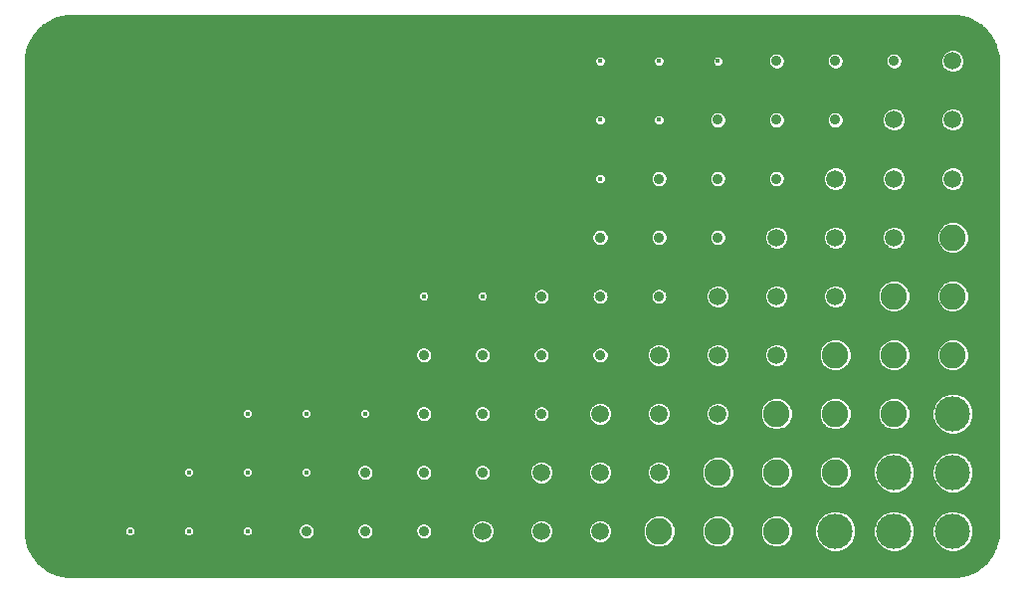
<source format=gbl>
G75*
%MOIN*%
%OFA0B0*%
%FSLAX25Y25*%
%IPPOS*%
%LPD*%
%AMOC8*
5,1,8,0,0,1.08239X$1,22.5*
%
%ADD10C,0.11811*%
%ADD11C,0.08858*%
%ADD12C,0.05906*%
%ADD13C,0.03569*%
%ADD14C,0.01600*%
%ADD15C,0.01575*%
D10*
X0281315Y0025409D03*
X0301000Y0025409D03*
X0320685Y0025409D03*
X0320685Y0045094D03*
X0301000Y0045094D03*
X0320685Y0064780D03*
D11*
X0301000Y0064780D03*
X0281315Y0064780D03*
X0261630Y0064780D03*
X0281315Y0084465D03*
X0301000Y0084465D03*
X0320685Y0084465D03*
X0320685Y0104150D03*
X0301000Y0104150D03*
X0320685Y0123835D03*
X0281315Y0045094D03*
X0261630Y0045094D03*
X0241945Y0045094D03*
X0241945Y0025409D03*
X0222260Y0025409D03*
X0261630Y0025409D03*
D12*
X0222260Y0045094D03*
X0202575Y0045094D03*
X0182890Y0045094D03*
X0182890Y0025409D03*
X0163205Y0025409D03*
X0202575Y0025409D03*
X0202575Y0064780D03*
X0222260Y0064780D03*
X0241945Y0064780D03*
X0241945Y0084465D03*
X0222260Y0084465D03*
X0241945Y0104150D03*
X0261630Y0104150D03*
X0281315Y0104150D03*
X0281315Y0123835D03*
X0301000Y0123835D03*
X0301000Y0143520D03*
X0281315Y0143520D03*
X0261630Y0123835D03*
X0320685Y0143520D03*
X0320685Y0163205D03*
X0301000Y0163205D03*
X0320685Y0182890D03*
X0261630Y0084465D03*
D13*
X0222260Y0104150D03*
X0202575Y0104150D03*
X0182890Y0104150D03*
X0202575Y0123835D03*
X0222260Y0123835D03*
X0241945Y0123835D03*
X0241945Y0143520D03*
X0222260Y0143520D03*
X0241945Y0163205D03*
X0261630Y0163205D03*
X0281315Y0163205D03*
X0281315Y0182890D03*
X0301000Y0182890D03*
X0261630Y0182890D03*
X0261630Y0143520D03*
X0202575Y0084465D03*
X0182890Y0084465D03*
X0163205Y0084465D03*
X0143520Y0084465D03*
X0143520Y0064780D03*
X0163205Y0064780D03*
X0182890Y0064780D03*
X0163205Y0045094D03*
X0143520Y0045094D03*
X0123835Y0045094D03*
X0123835Y0025409D03*
X0104150Y0025409D03*
X0143520Y0025409D03*
D14*
X0104150Y0045094D03*
X0084465Y0045094D03*
X0064780Y0045094D03*
X0064780Y0025409D03*
X0045094Y0025409D03*
X0084465Y0025409D03*
X0084465Y0064780D03*
X0104150Y0064780D03*
X0123835Y0064780D03*
X0143520Y0104150D03*
X0163205Y0104150D03*
X0202575Y0143520D03*
X0202575Y0163205D03*
X0222260Y0163205D03*
X0222260Y0182890D03*
X0241945Y0182890D03*
X0202575Y0182890D03*
D15*
X0020496Y0011366D02*
X0017494Y0012812D01*
X0014889Y0014889D01*
X0012812Y0017494D01*
X0011366Y0020496D01*
X0010625Y0023744D01*
X0010531Y0025409D01*
X0010531Y0182890D01*
X0010625Y0184556D01*
X0011366Y0187804D01*
X0012812Y0190805D01*
X0014889Y0193410D01*
X0017494Y0195487D01*
X0020496Y0196933D01*
X0023744Y0197674D01*
X0025409Y0197768D01*
X0320685Y0197768D01*
X0322351Y0197674D01*
X0325599Y0196933D01*
X0328601Y0195487D01*
X0331205Y0193410D01*
X0333283Y0190805D01*
X0334728Y0187804D01*
X0335469Y0184556D01*
X0335563Y0182890D01*
X0335563Y0025409D01*
X0335469Y0023744D01*
X0334728Y0020496D01*
X0333283Y0017494D01*
X0331205Y0014889D01*
X0328601Y0012812D01*
X0325599Y0011366D01*
X0322351Y0010625D01*
X0320685Y0010531D01*
X0025409Y0010531D01*
X0023744Y0010625D01*
X0020496Y0011366D01*
X0019143Y0012018D02*
X0326951Y0012018D01*
X0329577Y0013591D02*
X0016517Y0013591D01*
X0014670Y0015164D02*
X0331425Y0015164D01*
X0332679Y0016738D02*
X0013415Y0016738D01*
X0012812Y0017494D02*
X0012812Y0017494D01*
X0012418Y0018311D02*
X0279395Y0018311D01*
X0279864Y0018117D02*
X0282766Y0018117D01*
X0285446Y0019227D01*
X0287498Y0021278D01*
X0288608Y0023959D01*
X0288608Y0026860D01*
X0287498Y0029541D01*
X0285446Y0031592D01*
X0282766Y0032702D01*
X0279864Y0032702D01*
X0277184Y0031592D01*
X0275132Y0029541D01*
X0274022Y0026860D01*
X0274022Y0023959D01*
X0275132Y0021278D01*
X0277184Y0019227D01*
X0279864Y0018117D01*
X0283235Y0018311D02*
X0299080Y0018311D01*
X0299549Y0018117D02*
X0302451Y0018117D01*
X0305131Y0019227D01*
X0307183Y0021278D01*
X0308293Y0023959D01*
X0308293Y0026860D01*
X0307183Y0029541D01*
X0305131Y0031592D01*
X0302451Y0032702D01*
X0299549Y0032702D01*
X0296869Y0031592D01*
X0294817Y0029541D01*
X0293707Y0026860D01*
X0293707Y0023959D01*
X0294817Y0021278D01*
X0296869Y0019227D01*
X0299549Y0018117D01*
X0302920Y0018311D02*
X0318765Y0018311D01*
X0319234Y0018117D02*
X0322136Y0018117D01*
X0324816Y0019227D01*
X0326868Y0021278D01*
X0327978Y0023959D01*
X0327978Y0026860D01*
X0326868Y0029541D01*
X0324816Y0031592D01*
X0322136Y0032702D01*
X0319234Y0032702D01*
X0316554Y0031592D01*
X0314502Y0029541D01*
X0313392Y0026860D01*
X0313392Y0023959D01*
X0314502Y0021278D01*
X0316554Y0019227D01*
X0319234Y0018117D01*
X0322605Y0018311D02*
X0333676Y0018311D01*
X0334434Y0019884D02*
X0325474Y0019884D01*
X0326942Y0021458D02*
X0334948Y0021458D01*
X0335307Y0023031D02*
X0327594Y0023031D01*
X0327978Y0024604D02*
X0335518Y0024604D01*
X0335563Y0026177D02*
X0327978Y0026177D01*
X0327609Y0027751D02*
X0335563Y0027751D01*
X0335563Y0029324D02*
X0326957Y0029324D01*
X0325511Y0030897D02*
X0335563Y0030897D01*
X0335563Y0032471D02*
X0322695Y0032471D01*
X0318675Y0032471D02*
X0303010Y0032471D01*
X0305826Y0030897D02*
X0315859Y0030897D01*
X0314413Y0029324D02*
X0307272Y0029324D01*
X0307924Y0027751D02*
X0313761Y0027751D01*
X0313392Y0026177D02*
X0308293Y0026177D01*
X0308293Y0024604D02*
X0313392Y0024604D01*
X0313776Y0023031D02*
X0307909Y0023031D01*
X0307257Y0021458D02*
X0314428Y0021458D01*
X0315896Y0019884D02*
X0305789Y0019884D01*
X0296211Y0019884D02*
X0286103Y0019884D01*
X0287572Y0021458D02*
X0294743Y0021458D01*
X0294091Y0023031D02*
X0288223Y0023031D01*
X0288608Y0024604D02*
X0293707Y0024604D01*
X0293707Y0026177D02*
X0288608Y0026177D01*
X0288239Y0027751D02*
X0294076Y0027751D01*
X0294728Y0029324D02*
X0287587Y0029324D01*
X0286141Y0030897D02*
X0296174Y0030897D01*
X0298990Y0032471D02*
X0283325Y0032471D01*
X0279305Y0032471D02*
X0010531Y0032471D01*
X0010531Y0034044D02*
X0335563Y0034044D01*
X0335563Y0035617D02*
X0010531Y0035617D01*
X0010531Y0037191D02*
X0335563Y0037191D01*
X0335563Y0038764D02*
X0324459Y0038764D01*
X0324816Y0038912D02*
X0326868Y0040963D01*
X0327978Y0043644D01*
X0327978Y0046545D01*
X0326868Y0049226D01*
X0324816Y0051277D01*
X0322136Y0052387D01*
X0319234Y0052387D01*
X0316554Y0051277D01*
X0314502Y0049226D01*
X0313392Y0046545D01*
X0313392Y0043644D01*
X0314502Y0040963D01*
X0316554Y0038912D01*
X0319234Y0037802D01*
X0322136Y0037802D01*
X0324816Y0038912D01*
X0326242Y0040337D02*
X0335563Y0040337D01*
X0335563Y0041911D02*
X0327260Y0041911D01*
X0327912Y0043484D02*
X0335563Y0043484D01*
X0335563Y0045057D02*
X0327978Y0045057D01*
X0327943Y0046631D02*
X0335563Y0046631D01*
X0335563Y0048204D02*
X0327291Y0048204D01*
X0326316Y0049777D02*
X0335563Y0049777D01*
X0335563Y0051351D02*
X0324639Y0051351D01*
X0316731Y0051351D02*
X0304954Y0051351D01*
X0305131Y0051277D02*
X0302451Y0052387D01*
X0299549Y0052387D01*
X0296869Y0051277D01*
X0294817Y0049226D01*
X0293707Y0046545D01*
X0293707Y0043644D01*
X0294817Y0040963D01*
X0296869Y0038912D01*
X0299549Y0037802D01*
X0302451Y0037802D01*
X0305131Y0038912D01*
X0307183Y0040963D01*
X0308293Y0043644D01*
X0308293Y0046545D01*
X0307183Y0049226D01*
X0305131Y0051277D01*
X0306631Y0049777D02*
X0315054Y0049777D01*
X0314079Y0048204D02*
X0307606Y0048204D01*
X0308258Y0046631D02*
X0313428Y0046631D01*
X0313392Y0045057D02*
X0308293Y0045057D01*
X0308227Y0043484D02*
X0313458Y0043484D01*
X0314110Y0041911D02*
X0307575Y0041911D01*
X0306557Y0040337D02*
X0315128Y0040337D01*
X0316911Y0038764D02*
X0304774Y0038764D01*
X0297226Y0038764D02*
X0010531Y0038764D01*
X0010531Y0040337D02*
X0238476Y0040337D01*
X0238650Y0040163D02*
X0240788Y0039278D01*
X0243102Y0039278D01*
X0245240Y0040163D01*
X0246876Y0041800D01*
X0247761Y0043937D01*
X0247761Y0046251D01*
X0246876Y0048389D01*
X0245240Y0050026D01*
X0243102Y0050911D01*
X0240788Y0050911D01*
X0238650Y0050026D01*
X0237014Y0048389D01*
X0236128Y0046251D01*
X0236128Y0043937D01*
X0237014Y0041800D01*
X0238650Y0040163D01*
X0236968Y0041911D02*
X0225214Y0041911D01*
X0224718Y0041415D02*
X0225939Y0042636D01*
X0226600Y0044231D01*
X0226600Y0045958D01*
X0225939Y0047553D01*
X0224718Y0048774D01*
X0223123Y0049435D01*
X0221397Y0049435D01*
X0219801Y0048774D01*
X0218580Y0047553D01*
X0217920Y0045958D01*
X0217920Y0044231D01*
X0218580Y0042636D01*
X0219801Y0041415D01*
X0221397Y0040754D01*
X0223123Y0040754D01*
X0224718Y0041415D01*
X0226290Y0043484D02*
X0236316Y0043484D01*
X0236128Y0045057D02*
X0226600Y0045057D01*
X0226321Y0046631D02*
X0236285Y0046631D01*
X0236937Y0048204D02*
X0225288Y0048204D01*
X0219231Y0048204D02*
X0205603Y0048204D01*
X0205033Y0048774D02*
X0203438Y0049435D01*
X0201711Y0049435D01*
X0200116Y0048774D01*
X0198895Y0047553D01*
X0198235Y0045958D01*
X0198235Y0044231D01*
X0198895Y0042636D01*
X0200116Y0041415D01*
X0201711Y0040754D01*
X0203438Y0040754D01*
X0205033Y0041415D01*
X0206254Y0042636D01*
X0206915Y0044231D01*
X0206915Y0045958D01*
X0206254Y0047553D01*
X0205033Y0048774D01*
X0206636Y0046631D02*
X0218198Y0046631D01*
X0217920Y0045057D02*
X0206915Y0045057D01*
X0206605Y0043484D02*
X0218229Y0043484D01*
X0219306Y0041911D02*
X0205529Y0041911D01*
X0199621Y0041911D02*
X0185844Y0041911D01*
X0185348Y0041415D02*
X0186569Y0042636D01*
X0187230Y0044231D01*
X0187230Y0045958D01*
X0186569Y0047553D01*
X0185348Y0048774D01*
X0183753Y0049435D01*
X0182026Y0049435D01*
X0180431Y0048774D01*
X0179210Y0047553D01*
X0178550Y0045958D01*
X0178550Y0044231D01*
X0179210Y0042636D01*
X0180431Y0041415D01*
X0182026Y0040754D01*
X0183753Y0040754D01*
X0185348Y0041415D01*
X0186920Y0043484D02*
X0198544Y0043484D01*
X0198235Y0045057D02*
X0187230Y0045057D01*
X0186951Y0046631D02*
X0198513Y0046631D01*
X0199546Y0048204D02*
X0185918Y0048204D01*
X0179861Y0048204D02*
X0163986Y0048204D01*
X0163836Y0048266D02*
X0162574Y0048266D01*
X0161408Y0047783D01*
X0160516Y0046891D01*
X0160033Y0045725D01*
X0160033Y0044464D01*
X0160516Y0043298D01*
X0161408Y0042406D01*
X0162574Y0041923D01*
X0163836Y0041923D01*
X0165001Y0042406D01*
X0165894Y0043298D01*
X0166376Y0044464D01*
X0166376Y0045725D01*
X0165894Y0046891D01*
X0165001Y0047783D01*
X0163836Y0048266D01*
X0162424Y0048204D02*
X0144301Y0048204D01*
X0144151Y0048266D02*
X0142889Y0048266D01*
X0141723Y0047783D01*
X0140831Y0046891D01*
X0140348Y0045725D01*
X0140348Y0044464D01*
X0140831Y0043298D01*
X0141723Y0042406D01*
X0142889Y0041923D01*
X0144151Y0041923D01*
X0145316Y0042406D01*
X0146208Y0043298D01*
X0146691Y0044464D01*
X0146691Y0045725D01*
X0146208Y0046891D01*
X0145316Y0047783D01*
X0144151Y0048266D01*
X0142739Y0048204D02*
X0124616Y0048204D01*
X0124466Y0048266D02*
X0125631Y0047783D01*
X0126523Y0046891D01*
X0127006Y0045725D01*
X0127006Y0044464D01*
X0126523Y0043298D01*
X0125631Y0042406D01*
X0124466Y0041923D01*
X0123204Y0041923D01*
X0122038Y0042406D01*
X0121146Y0043298D01*
X0120663Y0044464D01*
X0120663Y0045725D01*
X0121146Y0046891D01*
X0122038Y0047783D01*
X0123204Y0048266D01*
X0124466Y0048266D01*
X0123054Y0048204D02*
X0010531Y0048204D01*
X0010531Y0049777D02*
X0238402Y0049777D01*
X0245488Y0049777D02*
X0258087Y0049777D01*
X0258335Y0050026D02*
X0256699Y0048389D01*
X0255813Y0046251D01*
X0255813Y0043937D01*
X0256699Y0041800D01*
X0258335Y0040163D01*
X0260473Y0039278D01*
X0262787Y0039278D01*
X0264925Y0040163D01*
X0266561Y0041800D01*
X0267446Y0043937D01*
X0267446Y0046251D01*
X0266561Y0048389D01*
X0264925Y0050026D01*
X0262787Y0050911D01*
X0260473Y0050911D01*
X0258335Y0050026D01*
X0256622Y0048204D02*
X0246953Y0048204D01*
X0247604Y0046631D02*
X0255970Y0046631D01*
X0255813Y0045057D02*
X0247761Y0045057D01*
X0247574Y0043484D02*
X0256001Y0043484D01*
X0256653Y0041911D02*
X0246922Y0041911D01*
X0245414Y0040337D02*
X0258161Y0040337D01*
X0265099Y0040337D02*
X0277846Y0040337D01*
X0278020Y0040163D02*
X0280158Y0039278D01*
X0282472Y0039278D01*
X0284610Y0040163D01*
X0286246Y0041800D01*
X0287131Y0043937D01*
X0287131Y0046251D01*
X0286246Y0048389D01*
X0284610Y0050026D01*
X0282472Y0050911D01*
X0280158Y0050911D01*
X0278020Y0050026D01*
X0276384Y0048389D01*
X0275498Y0046251D01*
X0275498Y0043937D01*
X0276384Y0041800D01*
X0278020Y0040163D01*
X0276338Y0041911D02*
X0266607Y0041911D01*
X0267259Y0043484D02*
X0275686Y0043484D01*
X0275498Y0045057D02*
X0267446Y0045057D01*
X0267289Y0046631D02*
X0275655Y0046631D01*
X0276307Y0048204D02*
X0266638Y0048204D01*
X0265173Y0049777D02*
X0277772Y0049777D01*
X0284858Y0049777D02*
X0295369Y0049777D01*
X0294394Y0048204D02*
X0286323Y0048204D01*
X0286974Y0046631D02*
X0293742Y0046631D01*
X0293707Y0045057D02*
X0287131Y0045057D01*
X0286944Y0043484D02*
X0293773Y0043484D01*
X0294425Y0041911D02*
X0286292Y0041911D01*
X0284784Y0040337D02*
X0295443Y0040337D01*
X0297046Y0051351D02*
X0010531Y0051351D01*
X0010531Y0052924D02*
X0335563Y0052924D01*
X0335563Y0054497D02*
X0010531Y0054497D01*
X0010531Y0056070D02*
X0335563Y0056070D01*
X0335563Y0057644D02*
X0322515Y0057644D01*
X0322136Y0057487D02*
X0324816Y0058597D01*
X0326868Y0060648D01*
X0327978Y0063329D01*
X0327978Y0066230D01*
X0326868Y0068911D01*
X0324816Y0070962D01*
X0322136Y0072072D01*
X0319234Y0072072D01*
X0316554Y0070962D01*
X0314502Y0068911D01*
X0313392Y0066230D01*
X0313392Y0063329D01*
X0314502Y0060648D01*
X0316554Y0058597D01*
X0319234Y0057487D01*
X0322136Y0057487D01*
X0318855Y0057644D02*
X0010531Y0057644D01*
X0010531Y0059217D02*
X0259859Y0059217D01*
X0260473Y0058963D02*
X0262787Y0058963D01*
X0264925Y0059848D01*
X0266561Y0061485D01*
X0267446Y0063623D01*
X0267446Y0065937D01*
X0266561Y0068074D01*
X0264925Y0069711D01*
X0262787Y0070596D01*
X0260473Y0070596D01*
X0258335Y0069711D01*
X0256699Y0068074D01*
X0255813Y0065937D01*
X0255813Y0063623D01*
X0256699Y0061485D01*
X0258335Y0059848D01*
X0260473Y0058963D01*
X0263400Y0059217D02*
X0279544Y0059217D01*
X0280158Y0058963D02*
X0282472Y0058963D01*
X0284610Y0059848D01*
X0286246Y0061485D01*
X0287131Y0063623D01*
X0287131Y0065937D01*
X0286246Y0068074D01*
X0284610Y0069711D01*
X0282472Y0070596D01*
X0280158Y0070596D01*
X0278020Y0069711D01*
X0276384Y0068074D01*
X0275498Y0065937D01*
X0275498Y0063623D01*
X0276384Y0061485D01*
X0278020Y0059848D01*
X0280158Y0058963D01*
X0283085Y0059217D02*
X0299230Y0059217D01*
X0299843Y0058963D02*
X0302157Y0058963D01*
X0304295Y0059848D01*
X0305931Y0061485D01*
X0306817Y0063623D01*
X0306817Y0065937D01*
X0305931Y0068074D01*
X0304295Y0069711D01*
X0302157Y0070596D01*
X0299843Y0070596D01*
X0297705Y0069711D01*
X0296069Y0068074D01*
X0295183Y0065937D01*
X0295183Y0063623D01*
X0296069Y0061485D01*
X0297705Y0059848D01*
X0299843Y0058963D01*
X0302770Y0059217D02*
X0315934Y0059217D01*
X0314444Y0060790D02*
X0305237Y0060790D01*
X0306295Y0062364D02*
X0313792Y0062364D01*
X0313392Y0063937D02*
X0306817Y0063937D01*
X0306817Y0065510D02*
X0313392Y0065510D01*
X0313746Y0067084D02*
X0306341Y0067084D01*
X0305348Y0068657D02*
X0314397Y0068657D01*
X0315822Y0070230D02*
X0303040Y0070230D01*
X0298960Y0070230D02*
X0283355Y0070230D01*
X0285663Y0068657D02*
X0296652Y0068657D01*
X0295659Y0067084D02*
X0286656Y0067084D01*
X0287131Y0065510D02*
X0295183Y0065510D01*
X0295183Y0063937D02*
X0287131Y0063937D01*
X0286610Y0062364D02*
X0295705Y0062364D01*
X0296763Y0060790D02*
X0285552Y0060790D01*
X0277078Y0060790D02*
X0265867Y0060790D01*
X0266925Y0062364D02*
X0276020Y0062364D01*
X0275498Y0063937D02*
X0267446Y0063937D01*
X0267446Y0065510D02*
X0275498Y0065510D01*
X0275974Y0067084D02*
X0266971Y0067084D01*
X0265978Y0068657D02*
X0276967Y0068657D01*
X0279275Y0070230D02*
X0263670Y0070230D01*
X0259590Y0070230D02*
X0010531Y0070230D01*
X0010531Y0068657D02*
X0200594Y0068657D01*
X0200116Y0068459D02*
X0198895Y0067238D01*
X0198235Y0065643D01*
X0198235Y0063916D01*
X0198895Y0062321D01*
X0200116Y0061100D01*
X0201711Y0060439D01*
X0203438Y0060439D01*
X0205033Y0061100D01*
X0206254Y0062321D01*
X0206915Y0063916D01*
X0206915Y0065643D01*
X0206254Y0067238D01*
X0205033Y0068459D01*
X0203438Y0069120D01*
X0201711Y0069120D01*
X0200116Y0068459D01*
X0198831Y0067084D02*
X0185071Y0067084D01*
X0184686Y0067468D02*
X0183521Y0067951D01*
X0182259Y0067951D01*
X0181093Y0067468D01*
X0180201Y0066576D01*
X0179718Y0065410D01*
X0179718Y0064149D01*
X0180201Y0062983D01*
X0181093Y0062091D01*
X0182259Y0061608D01*
X0183521Y0061608D01*
X0184686Y0062091D01*
X0185579Y0062983D01*
X0186061Y0064149D01*
X0186061Y0065410D01*
X0185579Y0066576D01*
X0184686Y0067468D01*
X0186020Y0065510D02*
X0198235Y0065510D01*
X0198235Y0063937D02*
X0185974Y0063937D01*
X0184959Y0062364D02*
X0198878Y0062364D01*
X0200864Y0060790D02*
X0010531Y0060790D01*
X0010531Y0062364D02*
X0141450Y0062364D01*
X0141723Y0062091D02*
X0142889Y0061608D01*
X0144151Y0061608D01*
X0145316Y0062091D01*
X0146208Y0062983D01*
X0146691Y0064149D01*
X0146691Y0065410D01*
X0146208Y0066576D01*
X0145316Y0067468D01*
X0144151Y0067951D01*
X0142889Y0067951D01*
X0141723Y0067468D01*
X0140831Y0066576D01*
X0140348Y0065410D01*
X0140348Y0064149D01*
X0140831Y0062983D01*
X0141723Y0062091D01*
X0140436Y0063937D02*
X0126022Y0063937D01*
X0126022Y0063873D02*
X0124741Y0062592D01*
X0122929Y0062592D01*
X0121647Y0063873D01*
X0121647Y0065686D01*
X0122929Y0066967D01*
X0124741Y0066967D01*
X0126022Y0065686D01*
X0126022Y0063873D01*
X0126022Y0065510D02*
X0140389Y0065510D01*
X0141338Y0067084D02*
X0010531Y0067084D01*
X0010531Y0065510D02*
X0082277Y0065510D01*
X0082277Y0065686D02*
X0082277Y0063873D01*
X0083559Y0062592D01*
X0085371Y0062592D01*
X0086652Y0063873D01*
X0086652Y0065686D01*
X0085371Y0066967D01*
X0083559Y0066967D01*
X0082277Y0065686D01*
X0082277Y0063937D02*
X0010531Y0063937D01*
X0010531Y0071804D02*
X0318585Y0071804D01*
X0322785Y0071804D02*
X0335563Y0071804D01*
X0335563Y0073377D02*
X0010531Y0073377D01*
X0010531Y0074950D02*
X0335563Y0074950D01*
X0335563Y0076524D02*
X0010531Y0076524D01*
X0010531Y0078097D02*
X0335563Y0078097D01*
X0335563Y0079670D02*
X0324116Y0079670D01*
X0323980Y0079534D02*
X0325616Y0081170D01*
X0326502Y0083308D01*
X0326502Y0085622D01*
X0325616Y0087759D01*
X0323980Y0089396D01*
X0321842Y0090281D01*
X0319528Y0090281D01*
X0317390Y0089396D01*
X0315754Y0087759D01*
X0314869Y0085622D01*
X0314869Y0083308D01*
X0315754Y0081170D01*
X0317390Y0079534D01*
X0319528Y0078648D01*
X0321842Y0078648D01*
X0323980Y0079534D01*
X0325647Y0081244D02*
X0335563Y0081244D01*
X0335563Y0082817D02*
X0326298Y0082817D01*
X0326502Y0084390D02*
X0335563Y0084390D01*
X0335563Y0085963D02*
X0326360Y0085963D01*
X0325708Y0087537D02*
X0335563Y0087537D01*
X0335563Y0089110D02*
X0324265Y0089110D01*
X0317105Y0089110D02*
X0304580Y0089110D01*
X0304295Y0089396D02*
X0305931Y0087759D01*
X0306817Y0085622D01*
X0306817Y0083308D01*
X0305931Y0081170D01*
X0304295Y0079534D01*
X0302157Y0078648D01*
X0299843Y0078648D01*
X0297705Y0079534D01*
X0296069Y0081170D01*
X0295183Y0083308D01*
X0295183Y0085622D01*
X0296069Y0087759D01*
X0297705Y0089396D01*
X0299843Y0090281D01*
X0302157Y0090281D01*
X0304295Y0089396D01*
X0306023Y0087537D02*
X0315662Y0087537D01*
X0315010Y0085963D02*
X0306675Y0085963D01*
X0306817Y0084390D02*
X0314869Y0084390D01*
X0315072Y0082817D02*
X0306613Y0082817D01*
X0305962Y0081244D02*
X0315723Y0081244D01*
X0317254Y0079670D02*
X0304431Y0079670D01*
X0297569Y0079670D02*
X0284746Y0079670D01*
X0284610Y0079534D02*
X0286246Y0081170D01*
X0287131Y0083308D01*
X0287131Y0085622D01*
X0286246Y0087759D01*
X0284610Y0089396D01*
X0282472Y0090281D01*
X0280158Y0090281D01*
X0278020Y0089396D01*
X0276384Y0087759D01*
X0275498Y0085622D01*
X0275498Y0083308D01*
X0276384Y0081170D01*
X0278020Y0079534D01*
X0280158Y0078648D01*
X0282472Y0078648D01*
X0284610Y0079534D01*
X0286277Y0081244D02*
X0296038Y0081244D01*
X0295387Y0082817D02*
X0286928Y0082817D01*
X0287131Y0084390D02*
X0295183Y0084390D01*
X0295325Y0085963D02*
X0286990Y0085963D01*
X0286338Y0087537D02*
X0295977Y0087537D01*
X0297420Y0089110D02*
X0284895Y0089110D01*
X0277735Y0089110D02*
X0010531Y0089110D01*
X0010531Y0087537D02*
X0142649Y0087537D01*
X0142889Y0087636D02*
X0141723Y0087153D01*
X0140831Y0086261D01*
X0140348Y0085095D01*
X0140348Y0083834D01*
X0140831Y0082668D01*
X0141723Y0081776D01*
X0142889Y0081293D01*
X0144151Y0081293D01*
X0145316Y0081776D01*
X0146208Y0082668D01*
X0146691Y0083834D01*
X0146691Y0085095D01*
X0146208Y0086261D01*
X0145316Y0087153D01*
X0144151Y0087636D01*
X0142889Y0087636D01*
X0144391Y0087537D02*
X0162334Y0087537D01*
X0162574Y0087636D02*
X0161408Y0087153D01*
X0160516Y0086261D01*
X0160033Y0085095D01*
X0160033Y0083834D01*
X0160516Y0082668D01*
X0161408Y0081776D01*
X0162574Y0081293D01*
X0163836Y0081293D01*
X0165001Y0081776D01*
X0165894Y0082668D01*
X0166376Y0083834D01*
X0166376Y0085095D01*
X0165894Y0086261D01*
X0165001Y0087153D01*
X0163836Y0087636D01*
X0162574Y0087636D01*
X0164076Y0087537D02*
X0182019Y0087537D01*
X0182259Y0087636D02*
X0181093Y0087153D01*
X0180201Y0086261D01*
X0179718Y0085095D01*
X0179718Y0083834D01*
X0180201Y0082668D01*
X0181093Y0081776D01*
X0182259Y0081293D01*
X0183521Y0081293D01*
X0184686Y0081776D01*
X0185579Y0082668D01*
X0186061Y0083834D01*
X0186061Y0085095D01*
X0185579Y0086261D01*
X0184686Y0087153D01*
X0183521Y0087636D01*
X0182259Y0087636D01*
X0183761Y0087537D02*
X0201704Y0087537D01*
X0201944Y0087636D02*
X0200778Y0087153D01*
X0199886Y0086261D01*
X0199403Y0085095D01*
X0199403Y0083834D01*
X0199886Y0082668D01*
X0200778Y0081776D01*
X0201944Y0081293D01*
X0203206Y0081293D01*
X0204371Y0081776D01*
X0205264Y0082668D01*
X0205746Y0083834D01*
X0205746Y0085095D01*
X0205264Y0086261D01*
X0204371Y0087153D01*
X0203206Y0087636D01*
X0201944Y0087636D01*
X0203446Y0087537D02*
X0219194Y0087537D01*
X0219801Y0088144D02*
X0218580Y0086923D01*
X0217920Y0085328D01*
X0217920Y0083601D01*
X0218580Y0082006D01*
X0219801Y0080785D01*
X0221397Y0080124D01*
X0223123Y0080124D01*
X0224718Y0080785D01*
X0225939Y0082006D01*
X0226600Y0083601D01*
X0226600Y0085328D01*
X0225939Y0086923D01*
X0224718Y0088144D01*
X0223123Y0088805D01*
X0221397Y0088805D01*
X0219801Y0088144D01*
X0218183Y0085963D02*
X0205387Y0085963D01*
X0205746Y0084390D02*
X0217920Y0084390D01*
X0218245Y0082817D02*
X0205325Y0082817D01*
X0199824Y0082817D02*
X0185640Y0082817D01*
X0186061Y0084390D02*
X0199403Y0084390D01*
X0199763Y0085963D02*
X0185702Y0085963D01*
X0180078Y0085963D02*
X0166017Y0085963D01*
X0166376Y0084390D02*
X0179718Y0084390D01*
X0180139Y0082817D02*
X0165955Y0082817D01*
X0160454Y0082817D02*
X0146270Y0082817D01*
X0146691Y0084390D02*
X0160033Y0084390D01*
X0160393Y0085963D02*
X0146332Y0085963D01*
X0140708Y0085963D02*
X0010531Y0085963D01*
X0010531Y0084390D02*
X0140348Y0084390D01*
X0140769Y0082817D02*
X0010531Y0082817D01*
X0010531Y0081244D02*
X0219343Y0081244D01*
X0225177Y0081244D02*
X0239028Y0081244D01*
X0239486Y0080785D02*
X0241082Y0080124D01*
X0242808Y0080124D01*
X0244403Y0080785D01*
X0245624Y0082006D01*
X0246285Y0083601D01*
X0246285Y0085328D01*
X0245624Y0086923D01*
X0244403Y0088144D01*
X0242808Y0088805D01*
X0241082Y0088805D01*
X0239486Y0088144D01*
X0238265Y0086923D01*
X0237605Y0085328D01*
X0237605Y0083601D01*
X0238265Y0082006D01*
X0239486Y0080785D01*
X0237930Y0082817D02*
X0226275Y0082817D01*
X0226600Y0084390D02*
X0237605Y0084390D01*
X0237868Y0085963D02*
X0226337Y0085963D01*
X0225326Y0087537D02*
X0238879Y0087537D01*
X0245011Y0087537D02*
X0258564Y0087537D01*
X0259171Y0088144D02*
X0257951Y0086923D01*
X0257290Y0085328D01*
X0257290Y0083601D01*
X0257951Y0082006D01*
X0259171Y0080785D01*
X0260767Y0080124D01*
X0262493Y0080124D01*
X0264088Y0080785D01*
X0265309Y0082006D01*
X0265970Y0083601D01*
X0265970Y0085328D01*
X0265309Y0086923D01*
X0264088Y0088144D01*
X0262493Y0088805D01*
X0260767Y0088805D01*
X0259171Y0088144D01*
X0257553Y0085963D02*
X0246022Y0085963D01*
X0246285Y0084390D02*
X0257290Y0084390D01*
X0257615Y0082817D02*
X0245960Y0082817D01*
X0244862Y0081244D02*
X0258713Y0081244D01*
X0264547Y0081244D02*
X0276353Y0081244D01*
X0275702Y0082817D02*
X0265645Y0082817D01*
X0265970Y0084390D02*
X0275498Y0084390D01*
X0275640Y0085963D02*
X0265707Y0085963D01*
X0264696Y0087537D02*
X0276292Y0087537D01*
X0277884Y0079670D02*
X0010531Y0079670D01*
X0010531Y0090683D02*
X0335563Y0090683D01*
X0335563Y0092257D02*
X0010531Y0092257D01*
X0010531Y0093830D02*
X0335563Y0093830D01*
X0335563Y0095403D02*
X0010531Y0095403D01*
X0010531Y0096977D02*
X0335563Y0096977D01*
X0335563Y0098550D02*
X0322366Y0098550D01*
X0321842Y0098333D02*
X0323980Y0099219D01*
X0325616Y0100855D01*
X0326502Y0102993D01*
X0326502Y0105307D01*
X0325616Y0107444D01*
X0323980Y0109081D01*
X0321842Y0109966D01*
X0319528Y0109966D01*
X0317390Y0109081D01*
X0315754Y0107444D01*
X0314869Y0105307D01*
X0314869Y0102993D01*
X0315754Y0100855D01*
X0317390Y0099219D01*
X0319528Y0098333D01*
X0321842Y0098333D01*
X0319004Y0098550D02*
X0302681Y0098550D01*
X0302157Y0098333D02*
X0304295Y0099219D01*
X0305931Y0100855D01*
X0306817Y0102993D01*
X0306817Y0105307D01*
X0305931Y0107444D01*
X0304295Y0109081D01*
X0302157Y0109966D01*
X0299843Y0109966D01*
X0297705Y0109081D01*
X0296069Y0107444D01*
X0295183Y0105307D01*
X0295183Y0102993D01*
X0296069Y0100855D01*
X0297705Y0099219D01*
X0299843Y0098333D01*
X0302157Y0098333D01*
X0299319Y0098550D02*
X0010531Y0098550D01*
X0010531Y0100123D02*
X0240324Y0100123D01*
X0241082Y0099809D02*
X0239486Y0100470D01*
X0238265Y0101691D01*
X0237605Y0103286D01*
X0237605Y0105013D01*
X0238265Y0106608D01*
X0239486Y0107829D01*
X0241082Y0108490D01*
X0242808Y0108490D01*
X0244403Y0107829D01*
X0245624Y0106608D01*
X0246285Y0105013D01*
X0246285Y0103286D01*
X0245624Y0101691D01*
X0244403Y0100470D01*
X0242808Y0099809D01*
X0241082Y0099809D01*
X0243566Y0100123D02*
X0260009Y0100123D01*
X0260767Y0099809D02*
X0262493Y0099809D01*
X0264088Y0100470D01*
X0265309Y0101691D01*
X0265970Y0103286D01*
X0265970Y0105013D01*
X0265309Y0106608D01*
X0264088Y0107829D01*
X0262493Y0108490D01*
X0260767Y0108490D01*
X0259171Y0107829D01*
X0257951Y0106608D01*
X0257290Y0105013D01*
X0257290Y0103286D01*
X0257951Y0101691D01*
X0259171Y0100470D01*
X0260767Y0099809D01*
X0263251Y0100123D02*
X0279694Y0100123D01*
X0280452Y0099809D02*
X0278856Y0100470D01*
X0277636Y0101691D01*
X0276975Y0103286D01*
X0276975Y0105013D01*
X0277636Y0106608D01*
X0278856Y0107829D01*
X0280452Y0108490D01*
X0282178Y0108490D01*
X0283773Y0107829D01*
X0284994Y0106608D01*
X0285655Y0105013D01*
X0285655Y0103286D01*
X0284994Y0101691D01*
X0283773Y0100470D01*
X0282178Y0099809D01*
X0280452Y0099809D01*
X0282936Y0100123D02*
X0296800Y0100123D01*
X0295720Y0101697D02*
X0284997Y0101697D01*
X0285648Y0103270D02*
X0295183Y0103270D01*
X0295183Y0104843D02*
X0285655Y0104843D01*
X0285074Y0106417D02*
X0295643Y0106417D01*
X0296614Y0107990D02*
X0283385Y0107990D01*
X0279245Y0107990D02*
X0263700Y0107990D01*
X0265389Y0106417D02*
X0277556Y0106417D01*
X0276975Y0104843D02*
X0265970Y0104843D01*
X0265963Y0103270D02*
X0276982Y0103270D01*
X0277633Y0101697D02*
X0265312Y0101697D01*
X0257948Y0101697D02*
X0245627Y0101697D01*
X0246278Y0103270D02*
X0257297Y0103270D01*
X0257290Y0104843D02*
X0246285Y0104843D01*
X0245704Y0106417D02*
X0257871Y0106417D01*
X0259560Y0107990D02*
X0244015Y0107990D01*
X0239875Y0107990D02*
X0010531Y0107990D01*
X0010531Y0109563D02*
X0298870Y0109563D01*
X0303130Y0109563D02*
X0318555Y0109563D01*
X0316299Y0107990D02*
X0305386Y0107990D01*
X0306357Y0106417D02*
X0315328Y0106417D01*
X0314869Y0104843D02*
X0306817Y0104843D01*
X0306817Y0103270D02*
X0314869Y0103270D01*
X0315405Y0101697D02*
X0306280Y0101697D01*
X0305199Y0100123D02*
X0316486Y0100123D01*
X0324885Y0100123D02*
X0335563Y0100123D01*
X0335563Y0101697D02*
X0325965Y0101697D01*
X0326502Y0103270D02*
X0335563Y0103270D01*
X0335563Y0104843D02*
X0326502Y0104843D01*
X0326042Y0106417D02*
X0335563Y0106417D01*
X0335563Y0107990D02*
X0325071Y0107990D01*
X0322815Y0109563D02*
X0335563Y0109563D01*
X0335563Y0111136D02*
X0010531Y0111136D01*
X0010531Y0112710D02*
X0335563Y0112710D01*
X0335563Y0114283D02*
X0010531Y0114283D01*
X0010531Y0115856D02*
X0335563Y0115856D01*
X0335563Y0117430D02*
X0010531Y0117430D01*
X0010531Y0119003D02*
X0317291Y0119003D01*
X0317390Y0118904D02*
X0319528Y0118018D01*
X0321842Y0118018D01*
X0323980Y0118904D01*
X0325616Y0120540D01*
X0326502Y0122678D01*
X0326502Y0124992D01*
X0325616Y0127129D01*
X0323980Y0128766D01*
X0321842Y0129651D01*
X0319528Y0129651D01*
X0317390Y0128766D01*
X0315754Y0127129D01*
X0314869Y0124992D01*
X0314869Y0122678D01*
X0315754Y0120540D01*
X0317390Y0118904D01*
X0315739Y0120576D02*
X0303880Y0120576D01*
X0303458Y0120155D02*
X0304679Y0121376D01*
X0305340Y0122971D01*
X0305340Y0124698D01*
X0304679Y0126293D01*
X0303458Y0127514D01*
X0301863Y0128175D01*
X0300137Y0128175D01*
X0298541Y0127514D01*
X0297321Y0126293D01*
X0296660Y0124698D01*
X0296660Y0122971D01*
X0297321Y0121376D01*
X0298541Y0120155D01*
X0300137Y0119494D01*
X0301863Y0119494D01*
X0303458Y0120155D01*
X0305000Y0122150D02*
X0315087Y0122150D01*
X0314869Y0123723D02*
X0305340Y0123723D01*
X0305092Y0125296D02*
X0314995Y0125296D01*
X0315646Y0126870D02*
X0304103Y0126870D01*
X0297897Y0126870D02*
X0284418Y0126870D01*
X0284994Y0126293D02*
X0283773Y0127514D01*
X0282178Y0128175D01*
X0280452Y0128175D01*
X0278856Y0127514D01*
X0277636Y0126293D01*
X0276975Y0124698D01*
X0276975Y0122971D01*
X0277636Y0121376D01*
X0278856Y0120155D01*
X0280452Y0119494D01*
X0282178Y0119494D01*
X0283773Y0120155D01*
X0284994Y0121376D01*
X0285655Y0122971D01*
X0285655Y0124698D01*
X0284994Y0126293D01*
X0285407Y0125296D02*
X0296908Y0125296D01*
X0296660Y0123723D02*
X0285655Y0123723D01*
X0285315Y0122150D02*
X0297000Y0122150D01*
X0298120Y0120576D02*
X0284195Y0120576D01*
X0278435Y0120576D02*
X0264510Y0120576D01*
X0264088Y0120155D02*
X0265309Y0121376D01*
X0265970Y0122971D01*
X0265970Y0124698D01*
X0265309Y0126293D01*
X0264088Y0127514D01*
X0262493Y0128175D01*
X0260767Y0128175D01*
X0259171Y0127514D01*
X0257951Y0126293D01*
X0257290Y0124698D01*
X0257290Y0122971D01*
X0257951Y0121376D01*
X0259171Y0120155D01*
X0260767Y0119494D01*
X0262493Y0119494D01*
X0264088Y0120155D01*
X0265630Y0122150D02*
X0277315Y0122150D01*
X0276975Y0123723D02*
X0265970Y0123723D01*
X0265722Y0125296D02*
X0277223Y0125296D01*
X0278212Y0126870D02*
X0264733Y0126870D01*
X0258527Y0126870D02*
X0242906Y0126870D01*
X0242576Y0127006D02*
X0241314Y0127006D01*
X0240148Y0126523D01*
X0239256Y0125631D01*
X0238773Y0124466D01*
X0238773Y0123204D01*
X0239256Y0122038D01*
X0240148Y0121146D01*
X0241314Y0120663D01*
X0242576Y0120663D01*
X0243741Y0121146D01*
X0244634Y0122038D01*
X0245117Y0123204D01*
X0245117Y0124466D01*
X0244634Y0125631D01*
X0243741Y0126523D01*
X0242576Y0127006D01*
X0240984Y0126870D02*
X0223221Y0126870D01*
X0222891Y0127006D02*
X0221629Y0127006D01*
X0220463Y0126523D01*
X0219571Y0125631D01*
X0219088Y0124466D01*
X0219088Y0123204D01*
X0219571Y0122038D01*
X0220463Y0121146D01*
X0221629Y0120663D01*
X0222891Y0120663D01*
X0224056Y0121146D01*
X0224949Y0122038D01*
X0225431Y0123204D01*
X0225431Y0124466D01*
X0224949Y0125631D01*
X0224056Y0126523D01*
X0222891Y0127006D01*
X0221299Y0126870D02*
X0203536Y0126870D01*
X0203206Y0127006D02*
X0201944Y0127006D01*
X0200778Y0126523D01*
X0199886Y0125631D01*
X0199403Y0124466D01*
X0199403Y0123204D01*
X0199886Y0122038D01*
X0200778Y0121146D01*
X0201944Y0120663D01*
X0203206Y0120663D01*
X0204371Y0121146D01*
X0205264Y0122038D01*
X0205746Y0123204D01*
X0205746Y0124466D01*
X0205264Y0125631D01*
X0204371Y0126523D01*
X0203206Y0127006D01*
X0201614Y0126870D02*
X0010531Y0126870D01*
X0010531Y0128443D02*
X0317068Y0128443D01*
X0324303Y0128443D02*
X0335563Y0128443D01*
X0335563Y0130016D02*
X0010531Y0130016D01*
X0010531Y0131590D02*
X0335563Y0131590D01*
X0335563Y0133163D02*
X0010531Y0133163D01*
X0010531Y0134736D02*
X0335563Y0134736D01*
X0335563Y0136310D02*
X0010531Y0136310D01*
X0010531Y0137883D02*
X0335563Y0137883D01*
X0335563Y0139456D02*
X0322216Y0139456D01*
X0321548Y0139180D02*
X0323144Y0139840D01*
X0324364Y0141061D01*
X0325025Y0142656D01*
X0325025Y0144383D01*
X0324364Y0145978D01*
X0323144Y0147199D01*
X0321548Y0147860D01*
X0319822Y0147860D01*
X0318227Y0147199D01*
X0317006Y0145978D01*
X0316345Y0144383D01*
X0316345Y0142656D01*
X0317006Y0141061D01*
X0318227Y0139840D01*
X0319822Y0139180D01*
X0321548Y0139180D01*
X0319154Y0139456D02*
X0302531Y0139456D01*
X0301863Y0139180D02*
X0303458Y0139840D01*
X0304679Y0141061D01*
X0305340Y0142656D01*
X0305340Y0144383D01*
X0304679Y0145978D01*
X0303458Y0147199D01*
X0301863Y0147860D01*
X0300137Y0147860D01*
X0298541Y0147199D01*
X0297321Y0145978D01*
X0296660Y0144383D01*
X0296660Y0142656D01*
X0297321Y0141061D01*
X0298541Y0139840D01*
X0300137Y0139180D01*
X0301863Y0139180D01*
X0299469Y0139456D02*
X0282846Y0139456D01*
X0282178Y0139180D02*
X0283773Y0139840D01*
X0284994Y0141061D01*
X0285655Y0142656D01*
X0285655Y0144383D01*
X0284994Y0145978D01*
X0283773Y0147199D01*
X0282178Y0147860D01*
X0280452Y0147860D01*
X0278856Y0147199D01*
X0277636Y0145978D01*
X0276975Y0144383D01*
X0276975Y0142656D01*
X0277636Y0141061D01*
X0278856Y0139840D01*
X0280452Y0139180D01*
X0282178Y0139180D01*
X0279784Y0139456D02*
X0010531Y0139456D01*
X0010531Y0141029D02*
X0220265Y0141029D01*
X0220463Y0140831D02*
X0221629Y0140348D01*
X0222891Y0140348D01*
X0224056Y0140831D01*
X0224949Y0141723D01*
X0225431Y0142889D01*
X0225431Y0144151D01*
X0224949Y0145316D01*
X0224056Y0146208D01*
X0222891Y0146691D01*
X0221629Y0146691D01*
X0220463Y0146208D01*
X0219571Y0145316D01*
X0219088Y0144151D01*
X0219088Y0142889D01*
X0219571Y0141723D01*
X0220463Y0140831D01*
X0219207Y0142603D02*
X0204751Y0142603D01*
X0204762Y0142614D02*
X0203481Y0141332D01*
X0201669Y0141332D01*
X0200387Y0142614D01*
X0200387Y0144426D01*
X0201669Y0145707D01*
X0203481Y0145707D01*
X0204762Y0144426D01*
X0204762Y0142614D01*
X0204762Y0144176D02*
X0219099Y0144176D01*
X0220004Y0145749D02*
X0010531Y0145749D01*
X0010531Y0144176D02*
X0200387Y0144176D01*
X0200398Y0142603D02*
X0010531Y0142603D01*
X0010531Y0147323D02*
X0279155Y0147323D01*
X0277541Y0145749D02*
X0263886Y0145749D01*
X0264319Y0145316D02*
X0263427Y0146208D01*
X0262261Y0146691D01*
X0260999Y0146691D01*
X0259833Y0146208D01*
X0258941Y0145316D01*
X0258458Y0144151D01*
X0258458Y0142889D01*
X0258941Y0141723D01*
X0259833Y0140831D01*
X0260999Y0140348D01*
X0262261Y0140348D01*
X0263427Y0140831D01*
X0264319Y0141723D01*
X0264802Y0142889D01*
X0264802Y0144151D01*
X0264319Y0145316D01*
X0264791Y0144176D02*
X0276975Y0144176D01*
X0276997Y0142603D02*
X0264683Y0142603D01*
X0263625Y0141029D02*
X0277667Y0141029D01*
X0284963Y0141029D02*
X0297352Y0141029D01*
X0296682Y0142603D02*
X0285633Y0142603D01*
X0285655Y0144176D02*
X0296660Y0144176D01*
X0297226Y0145749D02*
X0285089Y0145749D01*
X0283475Y0147323D02*
X0298840Y0147323D01*
X0303160Y0147323D02*
X0318525Y0147323D01*
X0316911Y0145749D02*
X0304774Y0145749D01*
X0305340Y0144176D02*
X0316345Y0144176D01*
X0316367Y0142603D02*
X0305318Y0142603D01*
X0304648Y0141029D02*
X0317037Y0141029D01*
X0324333Y0141029D02*
X0335563Y0141029D01*
X0335563Y0142603D02*
X0325003Y0142603D01*
X0325025Y0144176D02*
X0335563Y0144176D01*
X0335563Y0145749D02*
X0324459Y0145749D01*
X0322845Y0147323D02*
X0335563Y0147323D01*
X0335563Y0148896D02*
X0010531Y0148896D01*
X0010531Y0150469D02*
X0335563Y0150469D01*
X0335563Y0152043D02*
X0010531Y0152043D01*
X0010531Y0153616D02*
X0335563Y0153616D01*
X0335563Y0155189D02*
X0010531Y0155189D01*
X0010531Y0156763D02*
X0335563Y0156763D01*
X0335563Y0158336D02*
X0010531Y0158336D01*
X0010531Y0159909D02*
X0298158Y0159909D01*
X0298541Y0159525D02*
X0300137Y0158865D01*
X0301863Y0158865D01*
X0303458Y0159525D01*
X0304679Y0160746D01*
X0305340Y0162341D01*
X0305340Y0164068D01*
X0304679Y0165663D01*
X0303458Y0166884D01*
X0301863Y0167545D01*
X0300137Y0167545D01*
X0298541Y0166884D01*
X0297321Y0165663D01*
X0296660Y0164068D01*
X0296660Y0162341D01*
X0297321Y0160746D01*
X0298541Y0159525D01*
X0297016Y0161483D02*
X0284035Y0161483D01*
X0284004Y0161408D02*
X0284487Y0162574D01*
X0284487Y0163836D01*
X0284004Y0165001D01*
X0283112Y0165894D01*
X0281946Y0166376D01*
X0280684Y0166376D01*
X0279518Y0165894D01*
X0278626Y0165001D01*
X0278143Y0163836D01*
X0278143Y0162574D01*
X0278626Y0161408D01*
X0279518Y0160516D01*
X0280684Y0160033D01*
X0281946Y0160033D01*
X0283112Y0160516D01*
X0284004Y0161408D01*
X0284487Y0163056D02*
X0296660Y0163056D01*
X0296892Y0164629D02*
X0284158Y0164629D01*
X0282366Y0166202D02*
X0297860Y0166202D01*
X0304140Y0166202D02*
X0317545Y0166202D01*
X0317006Y0165663D02*
X0316345Y0164068D01*
X0316345Y0162341D01*
X0317006Y0160746D01*
X0318227Y0159525D01*
X0319822Y0158865D01*
X0321548Y0158865D01*
X0323144Y0159525D01*
X0324364Y0160746D01*
X0325025Y0162341D01*
X0325025Y0164068D01*
X0324364Y0165663D01*
X0323144Y0166884D01*
X0321548Y0167545D01*
X0319822Y0167545D01*
X0318227Y0166884D01*
X0317006Y0165663D01*
X0316577Y0164629D02*
X0305108Y0164629D01*
X0305340Y0163056D02*
X0316345Y0163056D01*
X0316701Y0161483D02*
X0304984Y0161483D01*
X0303842Y0159909D02*
X0317843Y0159909D01*
X0323527Y0159909D02*
X0335563Y0159909D01*
X0335563Y0161483D02*
X0324669Y0161483D01*
X0325025Y0163056D02*
X0335563Y0163056D01*
X0335563Y0164629D02*
X0324793Y0164629D01*
X0323825Y0166202D02*
X0335563Y0166202D01*
X0335563Y0167776D02*
X0010531Y0167776D01*
X0010531Y0169349D02*
X0335563Y0169349D01*
X0335563Y0170922D02*
X0010531Y0170922D01*
X0010531Y0172496D02*
X0335563Y0172496D01*
X0335563Y0174069D02*
X0010531Y0174069D01*
X0010531Y0175642D02*
X0335563Y0175642D01*
X0335563Y0177216D02*
X0010531Y0177216D01*
X0010531Y0178789D02*
X0319244Y0178789D01*
X0319822Y0178550D02*
X0321548Y0178550D01*
X0323144Y0179210D01*
X0324364Y0180431D01*
X0325025Y0182026D01*
X0325025Y0183753D01*
X0324364Y0185348D01*
X0323144Y0186569D01*
X0321548Y0187230D01*
X0319822Y0187230D01*
X0318227Y0186569D01*
X0317006Y0185348D01*
X0316345Y0183753D01*
X0316345Y0182026D01*
X0317006Y0180431D01*
X0318227Y0179210D01*
X0319822Y0178550D01*
X0322126Y0178789D02*
X0335563Y0178789D01*
X0335563Y0180362D02*
X0324295Y0180362D01*
X0324988Y0181936D02*
X0335563Y0181936D01*
X0335528Y0183509D02*
X0325025Y0183509D01*
X0324475Y0185082D02*
X0335349Y0185082D01*
X0334990Y0186656D02*
X0322935Y0186656D01*
X0318435Y0186656D02*
X0011104Y0186656D01*
X0010745Y0185082D02*
X0259337Y0185082D01*
X0258941Y0184686D02*
X0258458Y0183521D01*
X0258458Y0182259D01*
X0258941Y0181093D01*
X0259833Y0180201D01*
X0260999Y0179718D01*
X0262261Y0179718D01*
X0263427Y0180201D01*
X0264319Y0181093D01*
X0264802Y0182259D01*
X0264802Y0183521D01*
X0264319Y0184686D01*
X0263427Y0185579D01*
X0262261Y0186061D01*
X0260999Y0186061D01*
X0259833Y0185579D01*
X0258941Y0184686D01*
X0258458Y0183509D02*
X0244132Y0183509D01*
X0244132Y0183796D02*
X0242851Y0185077D01*
X0241039Y0185077D01*
X0239757Y0183796D01*
X0239757Y0181984D01*
X0241039Y0180702D01*
X0242851Y0180702D01*
X0244132Y0181984D01*
X0244132Y0183796D01*
X0244084Y0181936D02*
X0258592Y0181936D01*
X0259672Y0180362D02*
X0010531Y0180362D01*
X0010531Y0181936D02*
X0200435Y0181936D01*
X0200387Y0181984D02*
X0201669Y0180702D01*
X0203481Y0180702D01*
X0204762Y0181984D01*
X0204762Y0183796D01*
X0203481Y0185077D01*
X0201669Y0185077D01*
X0200387Y0183796D01*
X0200387Y0181984D01*
X0200387Y0183509D02*
X0010566Y0183509D01*
X0011571Y0188229D02*
X0334523Y0188229D01*
X0333766Y0189802D02*
X0012329Y0189802D01*
X0013267Y0191376D02*
X0332828Y0191376D01*
X0331573Y0192949D02*
X0014521Y0192949D01*
X0016284Y0194522D02*
X0329811Y0194522D01*
X0327338Y0196095D02*
X0018757Y0196095D01*
X0023720Y0197669D02*
X0322374Y0197669D01*
X0316895Y0185082D02*
X0303293Y0185082D01*
X0303689Y0184686D02*
X0302797Y0185579D01*
X0301631Y0186061D01*
X0300369Y0186061D01*
X0299203Y0185579D01*
X0298311Y0184686D01*
X0297828Y0183521D01*
X0297828Y0182259D01*
X0298311Y0181093D01*
X0299203Y0180201D01*
X0300369Y0179718D01*
X0301631Y0179718D01*
X0302797Y0180201D01*
X0303689Y0181093D01*
X0304172Y0182259D01*
X0304172Y0183521D01*
X0303689Y0184686D01*
X0304172Y0183509D02*
X0316345Y0183509D01*
X0316382Y0181936D02*
X0304038Y0181936D01*
X0302958Y0180362D02*
X0317075Y0180362D01*
X0299042Y0180362D02*
X0283273Y0180362D01*
X0283112Y0180201D02*
X0284004Y0181093D01*
X0284487Y0182259D01*
X0284487Y0183521D01*
X0284004Y0184686D01*
X0283112Y0185579D01*
X0281946Y0186061D01*
X0280684Y0186061D01*
X0279518Y0185579D01*
X0278626Y0184686D01*
X0278143Y0183521D01*
X0278143Y0182259D01*
X0278626Y0181093D01*
X0279518Y0180201D01*
X0280684Y0179718D01*
X0281946Y0179718D01*
X0283112Y0180201D01*
X0284353Y0181936D02*
X0297962Y0181936D01*
X0297828Y0183509D02*
X0284487Y0183509D01*
X0283608Y0185082D02*
X0298707Y0185082D01*
X0279022Y0185082D02*
X0263923Y0185082D01*
X0264802Y0183509D02*
X0278143Y0183509D01*
X0278277Y0181936D02*
X0264668Y0181936D01*
X0263588Y0180362D02*
X0279357Y0180362D01*
X0280264Y0166202D02*
X0262681Y0166202D01*
X0262261Y0166376D02*
X0260999Y0166376D01*
X0259833Y0165894D01*
X0258941Y0165001D01*
X0258458Y0163836D01*
X0258458Y0162574D01*
X0258941Y0161408D01*
X0259833Y0160516D01*
X0260999Y0160033D01*
X0262261Y0160033D01*
X0263427Y0160516D01*
X0264319Y0161408D01*
X0264802Y0162574D01*
X0264802Y0163836D01*
X0264319Y0165001D01*
X0263427Y0165894D01*
X0262261Y0166376D01*
X0260579Y0166202D02*
X0242996Y0166202D01*
X0242576Y0166376D02*
X0241314Y0166376D01*
X0240148Y0165894D01*
X0239256Y0165001D01*
X0238773Y0163836D01*
X0238773Y0162574D01*
X0239256Y0161408D01*
X0240148Y0160516D01*
X0241314Y0160033D01*
X0242576Y0160033D01*
X0243741Y0160516D01*
X0244634Y0161408D01*
X0245117Y0162574D01*
X0245117Y0163836D01*
X0244634Y0165001D01*
X0243741Y0165894D01*
X0242576Y0166376D01*
X0240894Y0166202D02*
X0010531Y0166202D01*
X0010531Y0164629D02*
X0200906Y0164629D01*
X0200387Y0164111D02*
X0201669Y0165392D01*
X0203481Y0165392D01*
X0204762Y0164111D01*
X0204762Y0162299D01*
X0203481Y0161017D01*
X0201669Y0161017D01*
X0200387Y0162299D01*
X0200387Y0164111D01*
X0200387Y0163056D02*
X0010531Y0163056D01*
X0010531Y0161483D02*
X0201203Y0161483D01*
X0203946Y0161483D02*
X0220889Y0161483D01*
X0221354Y0161017D02*
X0223166Y0161017D01*
X0224447Y0162299D01*
X0224447Y0164111D01*
X0223166Y0165392D01*
X0221354Y0165392D01*
X0220072Y0164111D01*
X0220072Y0162299D01*
X0221354Y0161017D01*
X0223631Y0161483D02*
X0239225Y0161483D01*
X0238773Y0163056D02*
X0224447Y0163056D01*
X0223929Y0164629D02*
X0239102Y0164629D01*
X0244788Y0164629D02*
X0258787Y0164629D01*
X0258458Y0163056D02*
X0245117Y0163056D01*
X0244664Y0161483D02*
X0258910Y0161483D01*
X0264350Y0161483D02*
X0278595Y0161483D01*
X0278143Y0163056D02*
X0264802Y0163056D01*
X0264473Y0164629D02*
X0278472Y0164629D01*
X0259374Y0145749D02*
X0244201Y0145749D01*
X0244634Y0145316D02*
X0243741Y0146208D01*
X0242576Y0146691D01*
X0241314Y0146691D01*
X0240148Y0146208D01*
X0239256Y0145316D01*
X0238773Y0144151D01*
X0238773Y0142889D01*
X0239256Y0141723D01*
X0240148Y0140831D01*
X0241314Y0140348D01*
X0242576Y0140348D01*
X0243741Y0140831D01*
X0244634Y0141723D01*
X0245117Y0142889D01*
X0245117Y0144151D01*
X0244634Y0145316D01*
X0245106Y0144176D02*
X0258469Y0144176D01*
X0258577Y0142603D02*
X0244998Y0142603D01*
X0243940Y0141029D02*
X0259635Y0141029D01*
X0239950Y0141029D02*
X0224255Y0141029D01*
X0225313Y0142603D02*
X0238892Y0142603D01*
X0238784Y0144176D02*
X0225421Y0144176D01*
X0224516Y0145749D02*
X0239689Y0145749D01*
X0239117Y0125296D02*
X0225087Y0125296D01*
X0225431Y0123723D02*
X0238773Y0123723D01*
X0239210Y0122150D02*
X0224995Y0122150D01*
X0219525Y0122150D02*
X0205310Y0122150D01*
X0205746Y0123723D02*
X0219088Y0123723D01*
X0219432Y0125296D02*
X0205402Y0125296D01*
X0199747Y0125296D02*
X0010531Y0125296D01*
X0010531Y0123723D02*
X0199403Y0123723D01*
X0199840Y0122150D02*
X0010531Y0122150D01*
X0010531Y0120576D02*
X0258750Y0120576D01*
X0257630Y0122150D02*
X0244680Y0122150D01*
X0245117Y0123723D02*
X0257290Y0123723D01*
X0257538Y0125296D02*
X0244772Y0125296D01*
X0238186Y0106417D02*
X0224478Y0106417D01*
X0224056Y0106838D02*
X0222891Y0107321D01*
X0221629Y0107321D01*
X0220463Y0106838D01*
X0219571Y0105946D01*
X0219088Y0104780D01*
X0219088Y0103519D01*
X0219571Y0102353D01*
X0220463Y0101461D01*
X0221629Y0100978D01*
X0222891Y0100978D01*
X0224056Y0101461D01*
X0224949Y0102353D01*
X0225431Y0103519D01*
X0225431Y0104780D01*
X0224949Y0105946D01*
X0224056Y0106838D01*
X0225405Y0104843D02*
X0237605Y0104843D01*
X0237612Y0103270D02*
X0225328Y0103270D01*
X0224292Y0101697D02*
X0238263Y0101697D01*
X0220227Y0101697D02*
X0204607Y0101697D01*
X0204371Y0101461D02*
X0205264Y0102353D01*
X0205746Y0103519D01*
X0205746Y0104780D01*
X0205264Y0105946D01*
X0204371Y0106838D01*
X0203206Y0107321D01*
X0201944Y0107321D01*
X0200778Y0106838D01*
X0199886Y0105946D01*
X0199403Y0104780D01*
X0199403Y0103519D01*
X0199886Y0102353D01*
X0200778Y0101461D01*
X0201944Y0100978D01*
X0203206Y0100978D01*
X0204371Y0101461D01*
X0205643Y0103270D02*
X0219191Y0103270D01*
X0219114Y0104843D02*
X0205720Y0104843D01*
X0204793Y0106417D02*
X0220041Y0106417D01*
X0200356Y0106417D02*
X0185108Y0106417D01*
X0184686Y0106838D02*
X0183521Y0107321D01*
X0182259Y0107321D01*
X0181093Y0106838D01*
X0180201Y0105946D01*
X0179718Y0104780D01*
X0179718Y0103519D01*
X0180201Y0102353D01*
X0181093Y0101461D01*
X0182259Y0100978D01*
X0183521Y0100978D01*
X0184686Y0101461D01*
X0185579Y0102353D01*
X0186061Y0103519D01*
X0186061Y0104780D01*
X0185579Y0105946D01*
X0184686Y0106838D01*
X0186035Y0104843D02*
X0199429Y0104843D01*
X0199506Y0103270D02*
X0185958Y0103270D01*
X0184922Y0101697D02*
X0200542Y0101697D01*
X0180857Y0101697D02*
X0010531Y0101697D01*
X0010531Y0103270D02*
X0141332Y0103270D01*
X0141332Y0103244D02*
X0142614Y0101962D01*
X0144426Y0101962D01*
X0145707Y0103244D01*
X0145707Y0105056D01*
X0144426Y0106337D01*
X0142614Y0106337D01*
X0141332Y0105056D01*
X0141332Y0103244D01*
X0141332Y0104843D02*
X0010531Y0104843D01*
X0010531Y0106417D02*
X0180671Y0106417D01*
X0179744Y0104843D02*
X0165392Y0104843D01*
X0165392Y0105056D02*
X0164111Y0106337D01*
X0162299Y0106337D01*
X0161017Y0105056D01*
X0161017Y0103244D01*
X0162299Y0101962D01*
X0164111Y0101962D01*
X0165392Y0103244D01*
X0165392Y0105056D01*
X0165392Y0103270D02*
X0179821Y0103270D01*
X0161017Y0103270D02*
X0145707Y0103270D01*
X0145707Y0104843D02*
X0161017Y0104843D01*
X0219801Y0068459D02*
X0221397Y0069120D01*
X0223123Y0069120D01*
X0224718Y0068459D01*
X0225939Y0067238D01*
X0226600Y0065643D01*
X0226600Y0063916D01*
X0225939Y0062321D01*
X0224718Y0061100D01*
X0223123Y0060439D01*
X0221397Y0060439D01*
X0219801Y0061100D01*
X0218580Y0062321D01*
X0217920Y0063916D01*
X0217920Y0065643D01*
X0218580Y0067238D01*
X0219801Y0068459D01*
X0220280Y0068657D02*
X0204555Y0068657D01*
X0206318Y0067084D02*
X0218517Y0067084D01*
X0217920Y0065510D02*
X0206915Y0065510D01*
X0206915Y0063937D02*
X0217920Y0063937D01*
X0218563Y0062364D02*
X0206272Y0062364D01*
X0204286Y0060790D02*
X0220549Y0060790D01*
X0223971Y0060790D02*
X0240234Y0060790D01*
X0239486Y0061100D02*
X0241082Y0060439D01*
X0242808Y0060439D01*
X0244403Y0061100D01*
X0245624Y0062321D01*
X0246285Y0063916D01*
X0246285Y0065643D01*
X0245624Y0067238D01*
X0244403Y0068459D01*
X0242808Y0069120D01*
X0241082Y0069120D01*
X0239486Y0068459D01*
X0238265Y0067238D01*
X0237605Y0065643D01*
X0237605Y0063916D01*
X0238265Y0062321D01*
X0239486Y0061100D01*
X0238248Y0062364D02*
X0225957Y0062364D01*
X0226600Y0063937D02*
X0237605Y0063937D01*
X0237605Y0065510D02*
X0226600Y0065510D01*
X0226003Y0067084D02*
X0238202Y0067084D01*
X0239965Y0068657D02*
X0224240Y0068657D01*
X0243925Y0068657D02*
X0257282Y0068657D01*
X0256289Y0067084D02*
X0245688Y0067084D01*
X0246285Y0065510D02*
X0255813Y0065510D01*
X0255813Y0063937D02*
X0246285Y0063937D01*
X0245642Y0062364D02*
X0256335Y0062364D01*
X0257393Y0060790D02*
X0243656Y0060790D01*
X0243102Y0031226D02*
X0240788Y0031226D01*
X0238650Y0030340D01*
X0237014Y0028704D01*
X0236128Y0026566D01*
X0236128Y0024252D01*
X0237014Y0022115D01*
X0238650Y0020478D01*
X0240788Y0019593D01*
X0243102Y0019593D01*
X0245240Y0020478D01*
X0246876Y0022115D01*
X0247761Y0024252D01*
X0247761Y0026566D01*
X0246876Y0028704D01*
X0245240Y0030340D01*
X0243102Y0031226D01*
X0243895Y0030897D02*
X0259680Y0030897D01*
X0260473Y0031226D02*
X0258335Y0030340D01*
X0256699Y0028704D01*
X0255813Y0026566D01*
X0255813Y0024252D01*
X0256699Y0022115D01*
X0258335Y0020478D01*
X0260473Y0019593D01*
X0262787Y0019593D01*
X0264925Y0020478D01*
X0266561Y0022115D01*
X0267446Y0024252D01*
X0267446Y0026566D01*
X0266561Y0028704D01*
X0264925Y0030340D01*
X0262787Y0031226D01*
X0260473Y0031226D01*
X0263580Y0030897D02*
X0276489Y0030897D01*
X0275043Y0029324D02*
X0265941Y0029324D01*
X0266956Y0027751D02*
X0274391Y0027751D01*
X0274022Y0026177D02*
X0267446Y0026177D01*
X0267446Y0024604D02*
X0274022Y0024604D01*
X0274406Y0023031D02*
X0266940Y0023031D01*
X0265904Y0021458D02*
X0275058Y0021458D01*
X0276526Y0019884D02*
X0263490Y0019884D01*
X0259770Y0019884D02*
X0243805Y0019884D01*
X0246219Y0021458D02*
X0257356Y0021458D01*
X0256319Y0023031D02*
X0247255Y0023031D01*
X0247761Y0024604D02*
X0255813Y0024604D01*
X0255813Y0026177D02*
X0247761Y0026177D01*
X0247271Y0027751D02*
X0256304Y0027751D01*
X0257319Y0029324D02*
X0246256Y0029324D01*
X0239995Y0030897D02*
X0224210Y0030897D01*
X0223417Y0031226D02*
X0221103Y0031226D01*
X0218965Y0030340D01*
X0217329Y0028704D01*
X0216443Y0026566D01*
X0216443Y0024252D01*
X0217329Y0022115D01*
X0218965Y0020478D01*
X0221103Y0019593D01*
X0223417Y0019593D01*
X0225555Y0020478D01*
X0227191Y0022115D01*
X0228076Y0024252D01*
X0228076Y0026566D01*
X0227191Y0028704D01*
X0225555Y0030340D01*
X0223417Y0031226D01*
X0220310Y0030897D02*
X0010531Y0030897D01*
X0010531Y0029324D02*
X0161314Y0029324D01*
X0160746Y0029089D02*
X0162341Y0029750D01*
X0164068Y0029750D01*
X0165663Y0029089D01*
X0166884Y0027868D01*
X0167545Y0026273D01*
X0167545Y0024546D01*
X0166884Y0022951D01*
X0165663Y0021730D01*
X0164068Y0021069D01*
X0162341Y0021069D01*
X0160746Y0021730D01*
X0159525Y0022951D01*
X0158865Y0024546D01*
X0158865Y0026273D01*
X0159525Y0027868D01*
X0160746Y0029089D01*
X0159477Y0027751D02*
X0145664Y0027751D01*
X0145316Y0028098D02*
X0146208Y0027206D01*
X0146691Y0026040D01*
X0146691Y0024779D01*
X0146208Y0023613D01*
X0145316Y0022721D01*
X0144151Y0022238D01*
X0142889Y0022238D01*
X0141723Y0022721D01*
X0140831Y0023613D01*
X0140348Y0024779D01*
X0140348Y0026040D01*
X0140831Y0027206D01*
X0141723Y0028098D01*
X0142889Y0028581D01*
X0144151Y0028581D01*
X0145316Y0028098D01*
X0146635Y0026177D02*
X0158865Y0026177D01*
X0158865Y0024604D02*
X0146619Y0024604D01*
X0145627Y0023031D02*
X0159492Y0023031D01*
X0161404Y0021458D02*
X0011147Y0021458D01*
X0010788Y0023031D02*
X0102043Y0023031D01*
X0102353Y0022721D02*
X0101461Y0023613D01*
X0100978Y0024779D01*
X0100978Y0026040D01*
X0101461Y0027206D01*
X0102353Y0028098D01*
X0103519Y0028581D01*
X0104780Y0028581D01*
X0105946Y0028098D01*
X0106838Y0027206D01*
X0107321Y0026040D01*
X0107321Y0024779D01*
X0106838Y0023613D01*
X0105946Y0022721D01*
X0104780Y0022238D01*
X0103519Y0022238D01*
X0102353Y0022721D01*
X0101050Y0024604D02*
X0086652Y0024604D01*
X0086652Y0024503D02*
X0085371Y0023222D01*
X0083559Y0023222D01*
X0082277Y0024503D01*
X0082277Y0026316D01*
X0083559Y0027597D01*
X0085371Y0027597D01*
X0086652Y0026316D01*
X0086652Y0024503D01*
X0086652Y0026177D02*
X0101035Y0026177D01*
X0102006Y0027751D02*
X0010531Y0027751D01*
X0010531Y0026177D02*
X0042907Y0026177D01*
X0042907Y0026316D02*
X0042907Y0024503D01*
X0044188Y0023222D01*
X0046001Y0023222D01*
X0047282Y0024503D01*
X0047282Y0026316D01*
X0046001Y0027597D01*
X0044188Y0027597D01*
X0042907Y0026316D01*
X0042907Y0024604D02*
X0010577Y0024604D01*
X0011661Y0019884D02*
X0220400Y0019884D01*
X0217986Y0021458D02*
X0204375Y0021458D01*
X0205033Y0021730D02*
X0206254Y0022951D01*
X0206915Y0024546D01*
X0206915Y0026273D01*
X0206254Y0027868D01*
X0205033Y0029089D01*
X0203438Y0029750D01*
X0201711Y0029750D01*
X0200116Y0029089D01*
X0198895Y0027868D01*
X0198235Y0026273D01*
X0198235Y0024546D01*
X0198895Y0022951D01*
X0200116Y0021730D01*
X0201711Y0021069D01*
X0203438Y0021069D01*
X0205033Y0021730D01*
X0206287Y0023031D02*
X0216949Y0023031D01*
X0216443Y0024604D02*
X0206915Y0024604D01*
X0206915Y0026177D02*
X0216443Y0026177D01*
X0216934Y0027751D02*
X0206303Y0027751D01*
X0204465Y0029324D02*
X0217949Y0029324D01*
X0226571Y0029324D02*
X0237634Y0029324D01*
X0236619Y0027751D02*
X0227586Y0027751D01*
X0228076Y0026177D02*
X0236128Y0026177D01*
X0236128Y0024604D02*
X0228076Y0024604D01*
X0227570Y0023031D02*
X0236634Y0023031D01*
X0237671Y0021458D02*
X0226534Y0021458D01*
X0224120Y0019884D02*
X0240085Y0019884D01*
X0200774Y0021458D02*
X0184690Y0021458D01*
X0185348Y0021730D02*
X0186569Y0022951D01*
X0187230Y0024546D01*
X0187230Y0026273D01*
X0186569Y0027868D01*
X0185348Y0029089D01*
X0183753Y0029750D01*
X0182026Y0029750D01*
X0180431Y0029089D01*
X0179210Y0027868D01*
X0178550Y0026273D01*
X0178550Y0024546D01*
X0179210Y0022951D01*
X0180431Y0021730D01*
X0182026Y0021069D01*
X0183753Y0021069D01*
X0185348Y0021730D01*
X0186602Y0023031D02*
X0198862Y0023031D01*
X0198235Y0024604D02*
X0187230Y0024604D01*
X0187230Y0026177D02*
X0198235Y0026177D01*
X0198847Y0027751D02*
X0186618Y0027751D01*
X0184780Y0029324D02*
X0200684Y0029324D01*
X0180999Y0029324D02*
X0165095Y0029324D01*
X0166933Y0027751D02*
X0179162Y0027751D01*
X0178550Y0026177D02*
X0167545Y0026177D01*
X0167545Y0024604D02*
X0178550Y0024604D01*
X0179177Y0023031D02*
X0166917Y0023031D01*
X0165005Y0021458D02*
X0181089Y0021458D01*
X0179936Y0041911D02*
X0010531Y0041911D01*
X0010531Y0043484D02*
X0063297Y0043484D01*
X0063873Y0042907D02*
X0065686Y0042907D01*
X0066967Y0044188D01*
X0066967Y0046001D01*
X0065686Y0047282D01*
X0063873Y0047282D01*
X0062592Y0046001D01*
X0062592Y0044188D01*
X0063873Y0042907D01*
X0066262Y0043484D02*
X0082982Y0043484D01*
X0083559Y0042907D02*
X0082277Y0044188D01*
X0082277Y0046001D01*
X0083559Y0047282D01*
X0085371Y0047282D01*
X0086652Y0046001D01*
X0086652Y0044188D01*
X0085371Y0042907D01*
X0083559Y0042907D01*
X0085948Y0043484D02*
X0102667Y0043484D01*
X0103244Y0042907D02*
X0105056Y0042907D01*
X0106337Y0044188D01*
X0106337Y0046001D01*
X0105056Y0047282D01*
X0103244Y0047282D01*
X0101962Y0046001D01*
X0101962Y0044188D01*
X0103244Y0042907D01*
X0105633Y0043484D02*
X0121069Y0043484D01*
X0120663Y0045057D02*
X0106337Y0045057D01*
X0105707Y0046631D02*
X0121038Y0046631D01*
X0126631Y0046631D02*
X0140723Y0046631D01*
X0140348Y0045057D02*
X0127006Y0045057D01*
X0126601Y0043484D02*
X0140754Y0043484D01*
X0146286Y0043484D02*
X0160439Y0043484D01*
X0160033Y0045057D02*
X0146691Y0045057D01*
X0146316Y0046631D02*
X0160408Y0046631D01*
X0166001Y0046631D02*
X0178828Y0046631D01*
X0178550Y0045057D02*
X0166376Y0045057D01*
X0165971Y0043484D02*
X0178859Y0043484D01*
X0180820Y0062364D02*
X0165274Y0062364D01*
X0165001Y0062091D02*
X0165894Y0062983D01*
X0166376Y0064149D01*
X0166376Y0065410D01*
X0165894Y0066576D01*
X0165001Y0067468D01*
X0163836Y0067951D01*
X0162574Y0067951D01*
X0161408Y0067468D01*
X0160516Y0066576D01*
X0160033Y0065410D01*
X0160033Y0064149D01*
X0160516Y0062983D01*
X0161408Y0062091D01*
X0162574Y0061608D01*
X0163836Y0061608D01*
X0165001Y0062091D01*
X0166289Y0063937D02*
X0179806Y0063937D01*
X0179760Y0065510D02*
X0166335Y0065510D01*
X0165386Y0067084D02*
X0180709Y0067084D01*
X0161023Y0067084D02*
X0145701Y0067084D01*
X0146650Y0065510D02*
X0160074Y0065510D01*
X0160121Y0063937D02*
X0146604Y0063937D01*
X0145589Y0062364D02*
X0161135Y0062364D01*
X0121647Y0063937D02*
X0106337Y0063937D01*
X0106337Y0063873D02*
X0105056Y0062592D01*
X0103244Y0062592D01*
X0101962Y0063873D01*
X0101962Y0065686D01*
X0103244Y0066967D01*
X0105056Y0066967D01*
X0106337Y0065686D01*
X0106337Y0063873D01*
X0106337Y0065510D02*
X0121647Y0065510D01*
X0101962Y0065510D02*
X0086652Y0065510D01*
X0086652Y0063937D02*
X0101962Y0063937D01*
X0102592Y0046631D02*
X0086022Y0046631D01*
X0086652Y0045057D02*
X0101962Y0045057D01*
X0082907Y0046631D02*
X0066337Y0046631D01*
X0066967Y0045057D02*
X0082277Y0045057D01*
X0063222Y0046631D02*
X0010531Y0046631D01*
X0010531Y0045057D02*
X0062592Y0045057D01*
X0063873Y0027597D02*
X0062592Y0026316D01*
X0062592Y0024503D01*
X0063873Y0023222D01*
X0065686Y0023222D01*
X0066967Y0024503D01*
X0066967Y0026316D01*
X0065686Y0027597D01*
X0063873Y0027597D01*
X0062592Y0026177D02*
X0047282Y0026177D01*
X0047282Y0024604D02*
X0062592Y0024604D01*
X0066967Y0024604D02*
X0082277Y0024604D01*
X0082277Y0026177D02*
X0066967Y0026177D01*
X0106294Y0027751D02*
X0121691Y0027751D01*
X0122038Y0028098D02*
X0121146Y0027206D01*
X0120663Y0026040D01*
X0120663Y0024779D01*
X0121146Y0023613D01*
X0122038Y0022721D01*
X0123204Y0022238D01*
X0124466Y0022238D01*
X0125631Y0022721D01*
X0126523Y0023613D01*
X0127006Y0024779D01*
X0127006Y0026040D01*
X0126523Y0027206D01*
X0125631Y0028098D01*
X0124466Y0028581D01*
X0123204Y0028581D01*
X0122038Y0028098D01*
X0120720Y0026177D02*
X0107264Y0026177D01*
X0107249Y0024604D02*
X0120735Y0024604D01*
X0121728Y0023031D02*
X0106256Y0023031D01*
X0125941Y0023031D02*
X0141413Y0023031D01*
X0140420Y0024604D02*
X0126934Y0024604D01*
X0126949Y0026177D02*
X0140405Y0026177D01*
X0141376Y0027751D02*
X0125979Y0027751D01*
X0324079Y0119003D02*
X0335563Y0119003D01*
X0335563Y0120576D02*
X0325631Y0120576D01*
X0326283Y0122150D02*
X0335563Y0122150D01*
X0335563Y0123723D02*
X0326502Y0123723D01*
X0326375Y0125296D02*
X0335563Y0125296D01*
X0335563Y0126870D02*
X0325724Y0126870D01*
X0325548Y0070230D02*
X0335563Y0070230D01*
X0335563Y0068657D02*
X0326973Y0068657D01*
X0327624Y0067084D02*
X0335563Y0067084D01*
X0335563Y0065510D02*
X0327978Y0065510D01*
X0327978Y0063937D02*
X0335563Y0063937D01*
X0335563Y0062364D02*
X0327578Y0062364D01*
X0326926Y0060790D02*
X0335563Y0060790D01*
X0335563Y0059217D02*
X0325436Y0059217D01*
X0220072Y0163056D02*
X0204762Y0163056D01*
X0204244Y0164629D02*
X0220591Y0164629D01*
X0221354Y0180702D02*
X0223166Y0180702D01*
X0224447Y0181984D01*
X0224447Y0183796D01*
X0223166Y0185077D01*
X0221354Y0185077D01*
X0220072Y0183796D01*
X0220072Y0181984D01*
X0221354Y0180702D01*
X0220120Y0181936D02*
X0204714Y0181936D01*
X0204762Y0183509D02*
X0220072Y0183509D01*
X0224447Y0183509D02*
X0239757Y0183509D01*
X0239806Y0181936D02*
X0224399Y0181936D01*
M02*

</source>
